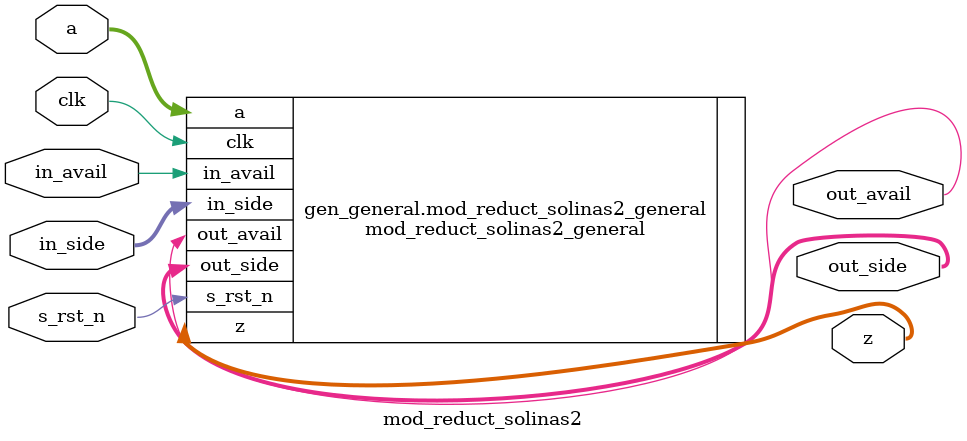
<source format=sv>

module mod_reduct_solinas2 #(
  parameter int          MOD_W      = 64,
  parameter [MOD_W-1:0]  MOD_M      = 2**MOD_W - 2**(MOD_W/2) + 1,
  parameter int          OP_W       = 2*MOD_W+1, // Should be in [MOD_W:2*MOD_W+1]
  parameter bit          IN_PIPE    = 1,
  parameter int          SIDE_W     = 0, // Side data size. Set to 0 if not used
  parameter [1:0]        RST_SIDE   = 0  // If side data is used,
                                         // [0] (1) reset them to 0.
                                         // [1] (1) reset them to 1.
)
(
  // System interface
  input  logic               clk,
  input  logic               s_rst_n,
  // Data interface
  input  logic [OP_W-1:0]    a,
  output logic [MOD_W-1:0]   z,
  // Control + side interface - optional
  input  logic               in_avail,
  output logic               out_avail,

  input  logic [SIDE_W-1:0]  in_side,
  output logic [SIDE_W-1:0]  out_side

);
  // ============================================================================================ //
  // Localparam
  // ============================================================================================ //
  // Since MOD_M has the following form:
  // MOD_M = 2**MOD_W - 2**INT_POW + 1
  // We can retrieve INT_POW

  localparam int INT_POW   = $clog2(2**MOD_W+1 - MOD_M);
  localparam bit USE_HALF  = 1'b0; // (INT_POW <= MOD_W/2) && (OP_W <= 2*MOD_W);

  // ============================================================================================ //
  // Instances
  // ============================================================================================ //
  generate
    if (USE_HALF) begin : gen_half
      mod_reduct_solinas2_half #(
        .MOD_W        (MOD_W),
        .MOD_M        (MOD_M),
        .OP_W         (OP_W),
        .IN_PIPE      (IN_PIPE),
        .SIDE_W       (SIDE_W),
        .RST_SIDE     (RST_SIDE)
      ) mod_reduct_solinas2_half (
        .clk      (clk      ),
        .s_rst_n  (s_rst_n  ),
        .a        (a        ),
        .z        (z        ),
        .in_avail (in_avail ),
        .out_avail(out_avail),
        .in_side  (in_side  ),
        .out_side (out_side )
      );
    end
    else begin : gen_general // for the solinas2 general case
      mod_reduct_solinas2_general #(
        .MOD_W        (MOD_W),
        .MOD_M        (MOD_M),
        .OP_W         (OP_W),
        .IN_PIPE      (IN_PIPE),
        .SIDE_W       (SIDE_W),
        .RST_SIDE     (RST_SIDE)
      ) mod_reduct_solinas2_general (
        .clk      (clk      ),
        .s_rst_n  (s_rst_n  ),
        .a        (a        ),
        .z        (z        ),
        .in_avail (in_avail ),
        .out_avail(out_avail),
        .in_side  (in_side  ),
        .out_side (out_side )
      );
    end
  endgenerate


endmodule

</source>
